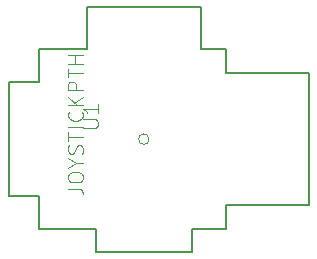
<source format=gbo>
G04 #@! TF.GenerationSoftware,KiCad,Pcbnew,(5.1.2-1)-1*
G04 #@! TF.CreationDate,2020-05-12T22:35:20+08:00*
G04 #@! TF.ProjectId,arduino_uno_exboard,61726475-696e-46f5-9f75-6e6f5f657862,rev?*
G04 #@! TF.SameCoordinates,Original*
G04 #@! TF.FileFunction,Legend,Bot*
G04 #@! TF.FilePolarity,Positive*
%FSLAX46Y46*%
G04 Gerber Fmt 4.6, Leading zero omitted, Abs format (unit mm)*
G04 Created by KiCad (PCBNEW (5.1.2-1)-1) date 2020-05-12 22:35:20*
%MOMM*%
%LPD*%
G04 APERTURE LIST*
%ADD10C,0.101600*%
%ADD11C,0.203200*%
G04 APERTURE END LIST*
D10*
X157167013Y-109855000D02*
G75*
G03X157167013Y-109855000I-449013J0D01*
G01*
D11*
X151892000Y-102235000D02*
X147828000Y-102235000D01*
X161544000Y-102235000D02*
X163703000Y-102235000D01*
X161544000Y-98679000D02*
X151892000Y-98679000D01*
X151892000Y-102235000D02*
X151892000Y-98679000D01*
X161544000Y-102235000D02*
X161544000Y-98679000D01*
X170688000Y-104267000D02*
X163703000Y-104267000D01*
X170688000Y-115443000D02*
X163703000Y-115443000D01*
X163703000Y-104267000D02*
X163703000Y-102235000D01*
X163703000Y-117475000D02*
X163703000Y-115443000D01*
X152654000Y-117475000D02*
X152654000Y-119380000D01*
X160782000Y-117475000D02*
X160782000Y-119380000D01*
X152654000Y-117475000D02*
X147828000Y-117475000D01*
X160782000Y-117475000D02*
X163703000Y-117475000D01*
X160782000Y-119380000D02*
X152654000Y-119380000D01*
X147828000Y-105029000D02*
X147828000Y-102235000D01*
X147828000Y-114681000D02*
X147828000Y-117475000D01*
X145288000Y-105029000D02*
X147828000Y-105029000D01*
X145288000Y-114681000D02*
X147828000Y-114681000D01*
X145288000Y-114681000D02*
X145288000Y-105029000D01*
X170688000Y-115443000D02*
X170688000Y-104267000D01*
D10*
X151577523Y-108917619D02*
X152605619Y-108917619D01*
X152726571Y-108857142D01*
X152787047Y-108796666D01*
X152847523Y-108675714D01*
X152847523Y-108433809D01*
X152787047Y-108312857D01*
X152726571Y-108252380D01*
X152605619Y-108191904D01*
X151577523Y-108191904D01*
X152847523Y-106921904D02*
X152847523Y-107647619D01*
X152847523Y-107284761D02*
X151577523Y-107284761D01*
X151758952Y-107405714D01*
X151879904Y-107526666D01*
X151940380Y-107647619D01*
X150307523Y-114058095D02*
X151214666Y-114058095D01*
X151396095Y-114118571D01*
X151517047Y-114239523D01*
X151577523Y-114420952D01*
X151577523Y-114541904D01*
X150307523Y-113211428D02*
X150307523Y-112969523D01*
X150368000Y-112848571D01*
X150488952Y-112727619D01*
X150730857Y-112667142D01*
X151154190Y-112667142D01*
X151396095Y-112727619D01*
X151517047Y-112848571D01*
X151577523Y-112969523D01*
X151577523Y-113211428D01*
X151517047Y-113332380D01*
X151396095Y-113453333D01*
X151154190Y-113513809D01*
X150730857Y-113513809D01*
X150488952Y-113453333D01*
X150368000Y-113332380D01*
X150307523Y-113211428D01*
X150972761Y-111880952D02*
X151577523Y-111880952D01*
X150307523Y-112304285D02*
X150972761Y-111880952D01*
X150307523Y-111457619D01*
X151517047Y-111094761D02*
X151577523Y-110913333D01*
X151577523Y-110610952D01*
X151517047Y-110490000D01*
X151456571Y-110429523D01*
X151335619Y-110369047D01*
X151214666Y-110369047D01*
X151093714Y-110429523D01*
X151033238Y-110490000D01*
X150972761Y-110610952D01*
X150912285Y-110852857D01*
X150851809Y-110973809D01*
X150791333Y-111034285D01*
X150670380Y-111094761D01*
X150549428Y-111094761D01*
X150428476Y-111034285D01*
X150368000Y-110973809D01*
X150307523Y-110852857D01*
X150307523Y-110550476D01*
X150368000Y-110369047D01*
X150307523Y-110006190D02*
X150307523Y-109280476D01*
X151577523Y-109643333D02*
X150307523Y-109643333D01*
X151577523Y-108857142D02*
X150307523Y-108857142D01*
X151456571Y-107526666D02*
X151517047Y-107587142D01*
X151577523Y-107768571D01*
X151577523Y-107889523D01*
X151517047Y-108070952D01*
X151396095Y-108191904D01*
X151275142Y-108252380D01*
X151033238Y-108312857D01*
X150851809Y-108312857D01*
X150609904Y-108252380D01*
X150488952Y-108191904D01*
X150368000Y-108070952D01*
X150307523Y-107889523D01*
X150307523Y-107768571D01*
X150368000Y-107587142D01*
X150428476Y-107526666D01*
X151577523Y-106982380D02*
X150307523Y-106982380D01*
X151577523Y-106256666D02*
X150851809Y-106800952D01*
X150307523Y-106256666D02*
X151033238Y-106982380D01*
X151577523Y-105712380D02*
X150307523Y-105712380D01*
X150307523Y-105228571D01*
X150368000Y-105107619D01*
X150428476Y-105047142D01*
X150549428Y-104986666D01*
X150730857Y-104986666D01*
X150851809Y-105047142D01*
X150912285Y-105107619D01*
X150972761Y-105228571D01*
X150972761Y-105712380D01*
X150307523Y-104623809D02*
X150307523Y-103898095D01*
X151577523Y-104260952D02*
X150307523Y-104260952D01*
X151577523Y-103474761D02*
X150307523Y-103474761D01*
X150912285Y-103474761D02*
X150912285Y-102749047D01*
X151577523Y-102749047D02*
X150307523Y-102749047D01*
M02*

</source>
